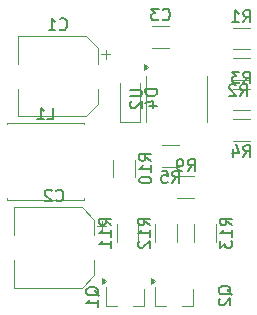
<source format=gbr>
%TF.GenerationSoftware,KiCad,Pcbnew,8.0.0*%
%TF.CreationDate,2026-01-12T19:07:33+05:30*%
%TF.ProjectId,PICKit_Clone_KiCAD,5049434b-6974-45f4-936c-6f6e655f4b69,1.0*%
%TF.SameCoordinates,Original*%
%TF.FileFunction,Legend,Bot*%
%TF.FilePolarity,Positive*%
%FSLAX46Y46*%
G04 Gerber Fmt 4.6, Leading zero omitted, Abs format (unit mm)*
G04 Created by KiCad (PCBNEW 8.0.0) date 2026-01-12 19:07:33*
%MOMM*%
%LPD*%
G01*
G04 APERTURE LIST*
%ADD10C,0.150000*%
%ADD11C,0.120000*%
G04 APERTURE END LIST*
D10*
X149696666Y-90184819D02*
X150029999Y-89708628D01*
X150268094Y-90184819D02*
X150268094Y-89184819D01*
X150268094Y-89184819D02*
X149887142Y-89184819D01*
X149887142Y-89184819D02*
X149791904Y-89232438D01*
X149791904Y-89232438D02*
X149744285Y-89280057D01*
X149744285Y-89280057D02*
X149696666Y-89375295D01*
X149696666Y-89375295D02*
X149696666Y-89518152D01*
X149696666Y-89518152D02*
X149744285Y-89613390D01*
X149744285Y-89613390D02*
X149791904Y-89661009D01*
X149791904Y-89661009D02*
X149887142Y-89708628D01*
X149887142Y-89708628D02*
X150268094Y-89708628D01*
X149220475Y-90184819D02*
X149029999Y-90184819D01*
X149029999Y-90184819D02*
X148934761Y-90137200D01*
X148934761Y-90137200D02*
X148887142Y-90089580D01*
X148887142Y-90089580D02*
X148791904Y-89946723D01*
X148791904Y-89946723D02*
X148744285Y-89756247D01*
X148744285Y-89756247D02*
X148744285Y-89375295D01*
X148744285Y-89375295D02*
X148791904Y-89280057D01*
X148791904Y-89280057D02*
X148839523Y-89232438D01*
X148839523Y-89232438D02*
X148934761Y-89184819D01*
X148934761Y-89184819D02*
X149125237Y-89184819D01*
X149125237Y-89184819D02*
X149220475Y-89232438D01*
X149220475Y-89232438D02*
X149268094Y-89280057D01*
X149268094Y-89280057D02*
X149315713Y-89375295D01*
X149315713Y-89375295D02*
X149315713Y-89613390D01*
X149315713Y-89613390D02*
X149268094Y-89708628D01*
X149268094Y-89708628D02*
X149220475Y-89756247D01*
X149220475Y-89756247D02*
X149125237Y-89803866D01*
X149125237Y-89803866D02*
X148934761Y-89803866D01*
X148934761Y-89803866D02*
X148839523Y-89756247D01*
X148839523Y-89756247D02*
X148791904Y-89708628D01*
X148791904Y-89708628D02*
X148744285Y-89613390D01*
X146494819Y-94787142D02*
X146018628Y-94453809D01*
X146494819Y-94215714D02*
X145494819Y-94215714D01*
X145494819Y-94215714D02*
X145494819Y-94596666D01*
X145494819Y-94596666D02*
X145542438Y-94691904D01*
X145542438Y-94691904D02*
X145590057Y-94739523D01*
X145590057Y-94739523D02*
X145685295Y-94787142D01*
X145685295Y-94787142D02*
X145828152Y-94787142D01*
X145828152Y-94787142D02*
X145923390Y-94739523D01*
X145923390Y-94739523D02*
X145971009Y-94691904D01*
X145971009Y-94691904D02*
X146018628Y-94596666D01*
X146018628Y-94596666D02*
X146018628Y-94215714D01*
X146494819Y-95739523D02*
X146494819Y-95168095D01*
X146494819Y-95453809D02*
X145494819Y-95453809D01*
X145494819Y-95453809D02*
X145637676Y-95358571D01*
X145637676Y-95358571D02*
X145732914Y-95263333D01*
X145732914Y-95263333D02*
X145780533Y-95168095D01*
X145590057Y-96120476D02*
X145542438Y-96168095D01*
X145542438Y-96168095D02*
X145494819Y-96263333D01*
X145494819Y-96263333D02*
X145494819Y-96501428D01*
X145494819Y-96501428D02*
X145542438Y-96596666D01*
X145542438Y-96596666D02*
X145590057Y-96644285D01*
X145590057Y-96644285D02*
X145685295Y-96691904D01*
X145685295Y-96691904D02*
X145780533Y-96691904D01*
X145780533Y-96691904D02*
X145923390Y-96644285D01*
X145923390Y-96644285D02*
X146494819Y-96072857D01*
X146494819Y-96072857D02*
X146494819Y-96691904D01*
X147556665Y-77349580D02*
X147604284Y-77397200D01*
X147604284Y-77397200D02*
X147747141Y-77444819D01*
X147747141Y-77444819D02*
X147842379Y-77444819D01*
X147842379Y-77444819D02*
X147985236Y-77397200D01*
X147985236Y-77397200D02*
X148080474Y-77301961D01*
X148080474Y-77301961D02*
X148128093Y-77206723D01*
X148128093Y-77206723D02*
X148175712Y-77016247D01*
X148175712Y-77016247D02*
X148175712Y-76873390D01*
X148175712Y-76873390D02*
X148128093Y-76682914D01*
X148128093Y-76682914D02*
X148080474Y-76587676D01*
X148080474Y-76587676D02*
X147985236Y-76492438D01*
X147985236Y-76492438D02*
X147842379Y-76444819D01*
X147842379Y-76444819D02*
X147747141Y-76444819D01*
X147747141Y-76444819D02*
X147604284Y-76492438D01*
X147604284Y-76492438D02*
X147556665Y-76540057D01*
X147223331Y-76444819D02*
X146604284Y-76444819D01*
X146604284Y-76444819D02*
X146937617Y-76825771D01*
X146937617Y-76825771D02*
X146794760Y-76825771D01*
X146794760Y-76825771D02*
X146699522Y-76873390D01*
X146699522Y-76873390D02*
X146651903Y-76921009D01*
X146651903Y-76921009D02*
X146604284Y-77016247D01*
X146604284Y-77016247D02*
X146604284Y-77254342D01*
X146604284Y-77254342D02*
X146651903Y-77349580D01*
X146651903Y-77349580D02*
X146699522Y-77397200D01*
X146699522Y-77397200D02*
X146794760Y-77444819D01*
X146794760Y-77444819D02*
X147080474Y-77444819D01*
X147080474Y-77444819D02*
X147175712Y-77397200D01*
X147175712Y-77397200D02*
X147223331Y-77349580D01*
X148386666Y-91174819D02*
X148719999Y-90698628D01*
X148958094Y-91174819D02*
X148958094Y-90174819D01*
X148958094Y-90174819D02*
X148577142Y-90174819D01*
X148577142Y-90174819D02*
X148481904Y-90222438D01*
X148481904Y-90222438D02*
X148434285Y-90270057D01*
X148434285Y-90270057D02*
X148386666Y-90365295D01*
X148386666Y-90365295D02*
X148386666Y-90508152D01*
X148386666Y-90508152D02*
X148434285Y-90603390D01*
X148434285Y-90603390D02*
X148481904Y-90651009D01*
X148481904Y-90651009D02*
X148577142Y-90698628D01*
X148577142Y-90698628D02*
X148958094Y-90698628D01*
X147481904Y-90174819D02*
X147958094Y-90174819D01*
X147958094Y-90174819D02*
X148005713Y-90651009D01*
X148005713Y-90651009D02*
X147958094Y-90603390D01*
X147958094Y-90603390D02*
X147862856Y-90555771D01*
X147862856Y-90555771D02*
X147624761Y-90555771D01*
X147624761Y-90555771D02*
X147529523Y-90603390D01*
X147529523Y-90603390D02*
X147481904Y-90651009D01*
X147481904Y-90651009D02*
X147434285Y-90746247D01*
X147434285Y-90746247D02*
X147434285Y-90984342D01*
X147434285Y-90984342D02*
X147481904Y-91079580D01*
X147481904Y-91079580D02*
X147529523Y-91127200D01*
X147529523Y-91127200D02*
X147624761Y-91174819D01*
X147624761Y-91174819D02*
X147862856Y-91174819D01*
X147862856Y-91174819D02*
X147958094Y-91127200D01*
X147958094Y-91127200D02*
X148005713Y-91079580D01*
X153400057Y-100664761D02*
X153352438Y-100569523D01*
X153352438Y-100569523D02*
X153257200Y-100474285D01*
X153257200Y-100474285D02*
X153114342Y-100331428D01*
X153114342Y-100331428D02*
X153066723Y-100236190D01*
X153066723Y-100236190D02*
X153066723Y-100140952D01*
X153304819Y-100188571D02*
X153257200Y-100093333D01*
X153257200Y-100093333D02*
X153161961Y-99998095D01*
X153161961Y-99998095D02*
X152971485Y-99950476D01*
X152971485Y-99950476D02*
X152638152Y-99950476D01*
X152638152Y-99950476D02*
X152447676Y-99998095D01*
X152447676Y-99998095D02*
X152352438Y-100093333D01*
X152352438Y-100093333D02*
X152304819Y-100188571D01*
X152304819Y-100188571D02*
X152304819Y-100379047D01*
X152304819Y-100379047D02*
X152352438Y-100474285D01*
X152352438Y-100474285D02*
X152447676Y-100569523D01*
X152447676Y-100569523D02*
X152638152Y-100617142D01*
X152638152Y-100617142D02*
X152971485Y-100617142D01*
X152971485Y-100617142D02*
X153161961Y-100569523D01*
X153161961Y-100569523D02*
X153257200Y-100474285D01*
X153257200Y-100474285D02*
X153304819Y-100379047D01*
X153304819Y-100379047D02*
X153304819Y-100188571D01*
X152400057Y-100998095D02*
X152352438Y-101045714D01*
X152352438Y-101045714D02*
X152304819Y-101140952D01*
X152304819Y-101140952D02*
X152304819Y-101379047D01*
X152304819Y-101379047D02*
X152352438Y-101474285D01*
X152352438Y-101474285D02*
X152400057Y-101521904D01*
X152400057Y-101521904D02*
X152495295Y-101569523D01*
X152495295Y-101569523D02*
X152590533Y-101569523D01*
X152590533Y-101569523D02*
X152733390Y-101521904D01*
X152733390Y-101521904D02*
X153304819Y-100950476D01*
X153304819Y-100950476D02*
X153304819Y-101569523D01*
X137796666Y-85814819D02*
X138272856Y-85814819D01*
X138272856Y-85814819D02*
X138272856Y-84814819D01*
X136939523Y-85814819D02*
X137510951Y-85814819D01*
X137225237Y-85814819D02*
X137225237Y-84814819D01*
X137225237Y-84814819D02*
X137320475Y-84957676D01*
X137320475Y-84957676D02*
X137415713Y-85052914D01*
X137415713Y-85052914D02*
X137510951Y-85100533D01*
X142172558Y-100764761D02*
X142124939Y-100669523D01*
X142124939Y-100669523D02*
X142029701Y-100574285D01*
X142029701Y-100574285D02*
X141886843Y-100431428D01*
X141886843Y-100431428D02*
X141839224Y-100336190D01*
X141839224Y-100336190D02*
X141839224Y-100240952D01*
X142077320Y-100288571D02*
X142029701Y-100193333D01*
X142029701Y-100193333D02*
X141934462Y-100098095D01*
X141934462Y-100098095D02*
X141743986Y-100050476D01*
X141743986Y-100050476D02*
X141410653Y-100050476D01*
X141410653Y-100050476D02*
X141220177Y-100098095D01*
X141220177Y-100098095D02*
X141124939Y-100193333D01*
X141124939Y-100193333D02*
X141077320Y-100288571D01*
X141077320Y-100288571D02*
X141077320Y-100479047D01*
X141077320Y-100479047D02*
X141124939Y-100574285D01*
X141124939Y-100574285D02*
X141220177Y-100669523D01*
X141220177Y-100669523D02*
X141410653Y-100717142D01*
X141410653Y-100717142D02*
X141743986Y-100717142D01*
X141743986Y-100717142D02*
X141934462Y-100669523D01*
X141934462Y-100669523D02*
X142029701Y-100574285D01*
X142029701Y-100574285D02*
X142077320Y-100479047D01*
X142077320Y-100479047D02*
X142077320Y-100288571D01*
X142077320Y-101669523D02*
X142077320Y-101098095D01*
X142077320Y-101383809D02*
X141077320Y-101383809D01*
X141077320Y-101383809D02*
X141220177Y-101288571D01*
X141220177Y-101288571D02*
X141315415Y-101193333D01*
X141315415Y-101193333D02*
X141363034Y-101098095D01*
X144804820Y-83298095D02*
X145614343Y-83298095D01*
X145614343Y-83298095D02*
X145709581Y-83345714D01*
X145709581Y-83345714D02*
X145757201Y-83393333D01*
X145757201Y-83393333D02*
X145804820Y-83488571D01*
X145804820Y-83488571D02*
X145804820Y-83679047D01*
X145804820Y-83679047D02*
X145757201Y-83774285D01*
X145757201Y-83774285D02*
X145709581Y-83821904D01*
X145709581Y-83821904D02*
X145614343Y-83869523D01*
X145614343Y-83869523D02*
X144804820Y-83869523D01*
X144900058Y-84298095D02*
X144852439Y-84345714D01*
X144852439Y-84345714D02*
X144804820Y-84440952D01*
X144804820Y-84440952D02*
X144804820Y-84679047D01*
X144804820Y-84679047D02*
X144852439Y-84774285D01*
X144852439Y-84774285D02*
X144900058Y-84821904D01*
X144900058Y-84821904D02*
X144995296Y-84869523D01*
X144995296Y-84869523D02*
X145090534Y-84869523D01*
X145090534Y-84869523D02*
X145233391Y-84821904D01*
X145233391Y-84821904D02*
X145804820Y-84250476D01*
X145804820Y-84250476D02*
X145804820Y-84869523D01*
X153424819Y-94787143D02*
X152948628Y-94453810D01*
X153424819Y-94215715D02*
X152424819Y-94215715D01*
X152424819Y-94215715D02*
X152424819Y-94596667D01*
X152424819Y-94596667D02*
X152472438Y-94691905D01*
X152472438Y-94691905D02*
X152520057Y-94739524D01*
X152520057Y-94739524D02*
X152615295Y-94787143D01*
X152615295Y-94787143D02*
X152758152Y-94787143D01*
X152758152Y-94787143D02*
X152853390Y-94739524D01*
X152853390Y-94739524D02*
X152901009Y-94691905D01*
X152901009Y-94691905D02*
X152948628Y-94596667D01*
X152948628Y-94596667D02*
X152948628Y-94215715D01*
X153424819Y-95739524D02*
X153424819Y-95168096D01*
X153424819Y-95453810D02*
X152424819Y-95453810D01*
X152424819Y-95453810D02*
X152567676Y-95358572D01*
X152567676Y-95358572D02*
X152662914Y-95263334D01*
X152662914Y-95263334D02*
X152710533Y-95168096D01*
X152424819Y-96072858D02*
X152424819Y-96691905D01*
X152424819Y-96691905D02*
X152805771Y-96358572D01*
X152805771Y-96358572D02*
X152805771Y-96501429D01*
X152805771Y-96501429D02*
X152853390Y-96596667D01*
X152853390Y-96596667D02*
X152901009Y-96644286D01*
X152901009Y-96644286D02*
X152996247Y-96691905D01*
X152996247Y-96691905D02*
X153234342Y-96691905D01*
X153234342Y-96691905D02*
X153329580Y-96644286D01*
X153329580Y-96644286D02*
X153377200Y-96596667D01*
X153377200Y-96596667D02*
X153424819Y-96501429D01*
X153424819Y-96501429D02*
X153424819Y-96215715D01*
X153424819Y-96215715D02*
X153377200Y-96120477D01*
X153377200Y-96120477D02*
X153329580Y-96072858D01*
X154386666Y-77584820D02*
X154719999Y-77108629D01*
X154958094Y-77584820D02*
X154958094Y-76584820D01*
X154958094Y-76584820D02*
X154577142Y-76584820D01*
X154577142Y-76584820D02*
X154481904Y-76632439D01*
X154481904Y-76632439D02*
X154434285Y-76680058D01*
X154434285Y-76680058D02*
X154386666Y-76775296D01*
X154386666Y-76775296D02*
X154386666Y-76918153D01*
X154386666Y-76918153D02*
X154434285Y-77013391D01*
X154434285Y-77013391D02*
X154481904Y-77061010D01*
X154481904Y-77061010D02*
X154577142Y-77108629D01*
X154577142Y-77108629D02*
X154958094Y-77108629D01*
X153434285Y-77584820D02*
X154005713Y-77584820D01*
X153719999Y-77584820D02*
X153719999Y-76584820D01*
X153719999Y-76584820D02*
X153815237Y-76727677D01*
X153815237Y-76727677D02*
X153910475Y-76822915D01*
X153910475Y-76822915D02*
X154005713Y-76870534D01*
X138536666Y-92669580D02*
X138584285Y-92717200D01*
X138584285Y-92717200D02*
X138727142Y-92764819D01*
X138727142Y-92764819D02*
X138822380Y-92764819D01*
X138822380Y-92764819D02*
X138965237Y-92717200D01*
X138965237Y-92717200D02*
X139060475Y-92621961D01*
X139060475Y-92621961D02*
X139108094Y-92526723D01*
X139108094Y-92526723D02*
X139155713Y-92336247D01*
X139155713Y-92336247D02*
X139155713Y-92193390D01*
X139155713Y-92193390D02*
X139108094Y-92002914D01*
X139108094Y-92002914D02*
X139060475Y-91907676D01*
X139060475Y-91907676D02*
X138965237Y-91812438D01*
X138965237Y-91812438D02*
X138822380Y-91764819D01*
X138822380Y-91764819D02*
X138727142Y-91764819D01*
X138727142Y-91764819D02*
X138584285Y-91812438D01*
X138584285Y-91812438D02*
X138536666Y-91860057D01*
X138155713Y-91860057D02*
X138108094Y-91812438D01*
X138108094Y-91812438D02*
X138012856Y-91764819D01*
X138012856Y-91764819D02*
X137774761Y-91764819D01*
X137774761Y-91764819D02*
X137679523Y-91812438D01*
X137679523Y-91812438D02*
X137631904Y-91860057D01*
X137631904Y-91860057D02*
X137584285Y-91955295D01*
X137584285Y-91955295D02*
X137584285Y-92050533D01*
X137584285Y-92050533D02*
X137631904Y-92193390D01*
X137631904Y-92193390D02*
X138203332Y-92764819D01*
X138203332Y-92764819D02*
X137584285Y-92764819D01*
X143204819Y-94787141D02*
X142728628Y-94453808D01*
X143204819Y-94215713D02*
X142204819Y-94215713D01*
X142204819Y-94215713D02*
X142204819Y-94596665D01*
X142204819Y-94596665D02*
X142252438Y-94691903D01*
X142252438Y-94691903D02*
X142300057Y-94739522D01*
X142300057Y-94739522D02*
X142395295Y-94787141D01*
X142395295Y-94787141D02*
X142538152Y-94787141D01*
X142538152Y-94787141D02*
X142633390Y-94739522D01*
X142633390Y-94739522D02*
X142681009Y-94691903D01*
X142681009Y-94691903D02*
X142728628Y-94596665D01*
X142728628Y-94596665D02*
X142728628Y-94215713D01*
X143204819Y-95739522D02*
X143204819Y-95168094D01*
X143204819Y-95453808D02*
X142204819Y-95453808D01*
X142204819Y-95453808D02*
X142347676Y-95358570D01*
X142347676Y-95358570D02*
X142442914Y-95263332D01*
X142442914Y-95263332D02*
X142490533Y-95168094D01*
X143204819Y-96691903D02*
X143204819Y-96120475D01*
X143204819Y-96406189D02*
X142204819Y-96406189D01*
X142204819Y-96406189D02*
X142347676Y-96310951D01*
X142347676Y-96310951D02*
X142442914Y-96215713D01*
X142442914Y-96215713D02*
X142490533Y-96120475D01*
X146584819Y-89337142D02*
X146108628Y-89003809D01*
X146584819Y-88765714D02*
X145584819Y-88765714D01*
X145584819Y-88765714D02*
X145584819Y-89146666D01*
X145584819Y-89146666D02*
X145632438Y-89241904D01*
X145632438Y-89241904D02*
X145680057Y-89289523D01*
X145680057Y-89289523D02*
X145775295Y-89337142D01*
X145775295Y-89337142D02*
X145918152Y-89337142D01*
X145918152Y-89337142D02*
X146013390Y-89289523D01*
X146013390Y-89289523D02*
X146061009Y-89241904D01*
X146061009Y-89241904D02*
X146108628Y-89146666D01*
X146108628Y-89146666D02*
X146108628Y-88765714D01*
X146584819Y-90289523D02*
X146584819Y-89718095D01*
X146584819Y-90003809D02*
X145584819Y-90003809D01*
X145584819Y-90003809D02*
X145727676Y-89908571D01*
X145727676Y-89908571D02*
X145822914Y-89813333D01*
X145822914Y-89813333D02*
X145870533Y-89718095D01*
X145584819Y-90908571D02*
X145584819Y-91003809D01*
X145584819Y-91003809D02*
X145632438Y-91099047D01*
X145632438Y-91099047D02*
X145680057Y-91146666D01*
X145680057Y-91146666D02*
X145775295Y-91194285D01*
X145775295Y-91194285D02*
X145965771Y-91241904D01*
X145965771Y-91241904D02*
X146203866Y-91241904D01*
X146203866Y-91241904D02*
X146394342Y-91194285D01*
X146394342Y-91194285D02*
X146489580Y-91146666D01*
X146489580Y-91146666D02*
X146537200Y-91099047D01*
X146537200Y-91099047D02*
X146584819Y-91003809D01*
X146584819Y-91003809D02*
X146584819Y-90908571D01*
X146584819Y-90908571D02*
X146537200Y-90813333D01*
X146537200Y-90813333D02*
X146489580Y-90765714D01*
X146489580Y-90765714D02*
X146394342Y-90718095D01*
X146394342Y-90718095D02*
X146203866Y-90670476D01*
X146203866Y-90670476D02*
X145965771Y-90670476D01*
X145965771Y-90670476D02*
X145775295Y-90718095D01*
X145775295Y-90718095D02*
X145680057Y-90765714D01*
X145680057Y-90765714D02*
X145632438Y-90813333D01*
X145632438Y-90813333D02*
X145584819Y-90908571D01*
X147094819Y-83271904D02*
X146094819Y-83271904D01*
X146094819Y-83271904D02*
X146094819Y-83509999D01*
X146094819Y-83509999D02*
X146142438Y-83652856D01*
X146142438Y-83652856D02*
X146237676Y-83748094D01*
X146237676Y-83748094D02*
X146332914Y-83795713D01*
X146332914Y-83795713D02*
X146523390Y-83843332D01*
X146523390Y-83843332D02*
X146666247Y-83843332D01*
X146666247Y-83843332D02*
X146856723Y-83795713D01*
X146856723Y-83795713D02*
X146951961Y-83748094D01*
X146951961Y-83748094D02*
X147047200Y-83652856D01*
X147047200Y-83652856D02*
X147094819Y-83509999D01*
X147094819Y-83509999D02*
X147094819Y-83271904D01*
X146428152Y-84700475D02*
X147094819Y-84700475D01*
X146047200Y-84462380D02*
X146761485Y-84224285D01*
X146761485Y-84224285D02*
X146761485Y-84843332D01*
X154136666Y-83844819D02*
X154469999Y-83368628D01*
X154708094Y-83844819D02*
X154708094Y-82844819D01*
X154708094Y-82844819D02*
X154327142Y-82844819D01*
X154327142Y-82844819D02*
X154231904Y-82892438D01*
X154231904Y-82892438D02*
X154184285Y-82940057D01*
X154184285Y-82940057D02*
X154136666Y-83035295D01*
X154136666Y-83035295D02*
X154136666Y-83178152D01*
X154136666Y-83178152D02*
X154184285Y-83273390D01*
X154184285Y-83273390D02*
X154231904Y-83321009D01*
X154231904Y-83321009D02*
X154327142Y-83368628D01*
X154327142Y-83368628D02*
X154708094Y-83368628D01*
X153755713Y-82940057D02*
X153708094Y-82892438D01*
X153708094Y-82892438D02*
X153612856Y-82844819D01*
X153612856Y-82844819D02*
X153374761Y-82844819D01*
X153374761Y-82844819D02*
X153279523Y-82892438D01*
X153279523Y-82892438D02*
X153231904Y-82940057D01*
X153231904Y-82940057D02*
X153184285Y-83035295D01*
X153184285Y-83035295D02*
X153184285Y-83130533D01*
X153184285Y-83130533D02*
X153231904Y-83273390D01*
X153231904Y-83273390D02*
X153803332Y-83844819D01*
X153803332Y-83844819D02*
X153184285Y-83844819D01*
X138856666Y-78159580D02*
X138904285Y-78207200D01*
X138904285Y-78207200D02*
X139047142Y-78254819D01*
X139047142Y-78254819D02*
X139142380Y-78254819D01*
X139142380Y-78254819D02*
X139285237Y-78207200D01*
X139285237Y-78207200D02*
X139380475Y-78111961D01*
X139380475Y-78111961D02*
X139428094Y-78016723D01*
X139428094Y-78016723D02*
X139475713Y-77826247D01*
X139475713Y-77826247D02*
X139475713Y-77683390D01*
X139475713Y-77683390D02*
X139428094Y-77492914D01*
X139428094Y-77492914D02*
X139380475Y-77397676D01*
X139380475Y-77397676D02*
X139285237Y-77302438D01*
X139285237Y-77302438D02*
X139142380Y-77254819D01*
X139142380Y-77254819D02*
X139047142Y-77254819D01*
X139047142Y-77254819D02*
X138904285Y-77302438D01*
X138904285Y-77302438D02*
X138856666Y-77350057D01*
X137904285Y-78254819D02*
X138475713Y-78254819D01*
X138189999Y-78254819D02*
X138189999Y-77254819D01*
X138189999Y-77254819D02*
X138285237Y-77397676D01*
X138285237Y-77397676D02*
X138380475Y-77492914D01*
X138380475Y-77492914D02*
X138475713Y-77540533D01*
X154406666Y-88984819D02*
X154739999Y-88508628D01*
X154978094Y-88984819D02*
X154978094Y-87984819D01*
X154978094Y-87984819D02*
X154597142Y-87984819D01*
X154597142Y-87984819D02*
X154501904Y-88032438D01*
X154501904Y-88032438D02*
X154454285Y-88080057D01*
X154454285Y-88080057D02*
X154406666Y-88175295D01*
X154406666Y-88175295D02*
X154406666Y-88318152D01*
X154406666Y-88318152D02*
X154454285Y-88413390D01*
X154454285Y-88413390D02*
X154501904Y-88461009D01*
X154501904Y-88461009D02*
X154597142Y-88508628D01*
X154597142Y-88508628D02*
X154978094Y-88508628D01*
X153549523Y-88318152D02*
X153549523Y-88984819D01*
X153787618Y-87937200D02*
X154025713Y-88651485D01*
X154025713Y-88651485D02*
X153406666Y-88651485D01*
X154386666Y-82764820D02*
X154719999Y-82288629D01*
X154958094Y-82764820D02*
X154958094Y-81764820D01*
X154958094Y-81764820D02*
X154577142Y-81764820D01*
X154577142Y-81764820D02*
X154481904Y-81812439D01*
X154481904Y-81812439D02*
X154434285Y-81860058D01*
X154434285Y-81860058D02*
X154386666Y-81955296D01*
X154386666Y-81955296D02*
X154386666Y-82098153D01*
X154386666Y-82098153D02*
X154434285Y-82193391D01*
X154434285Y-82193391D02*
X154481904Y-82241010D01*
X154481904Y-82241010D02*
X154577142Y-82288629D01*
X154577142Y-82288629D02*
X154958094Y-82288629D01*
X154053332Y-81764820D02*
X153434285Y-81764820D01*
X153434285Y-81764820D02*
X153767618Y-82145772D01*
X153767618Y-82145772D02*
X153624761Y-82145772D01*
X153624761Y-82145772D02*
X153529523Y-82193391D01*
X153529523Y-82193391D02*
X153481904Y-82241010D01*
X153481904Y-82241010D02*
X153434285Y-82336248D01*
X153434285Y-82336248D02*
X153434285Y-82574343D01*
X153434285Y-82574343D02*
X153481904Y-82669581D01*
X153481904Y-82669581D02*
X153529523Y-82717201D01*
X153529523Y-82717201D02*
X153624761Y-82764820D01*
X153624761Y-82764820D02*
X153910475Y-82764820D01*
X153910475Y-82764820D02*
X154005713Y-82717201D01*
X154005713Y-82717201D02*
X154053332Y-82669581D01*
D11*
%TO.C,R9*%
X148802935Y-92460000D02*
X150257064Y-92459999D01*
X148802936Y-90640001D02*
X150257065Y-90640000D01*
%TO.C,R12*%
X146950001Y-96157064D02*
X146949999Y-94702935D01*
X148770001Y-96157065D02*
X148769999Y-94702936D01*
%TO.C,C3*%
X146678748Y-77930000D02*
X148101252Y-77930000D01*
X146678748Y-79750000D02*
X148101252Y-79750000D01*
%TO.C,R5*%
X148947064Y-89809999D02*
X147492934Y-89810000D01*
X148947066Y-87990000D02*
X147492936Y-87990001D01*
%TO.C,Q2*%
X146930000Y-101609999D02*
X146929999Y-100809999D01*
X146930001Y-100010000D02*
X146929999Y-100809999D01*
X147860000Y-101610000D02*
X146930000Y-101609999D01*
X149160000Y-101610000D02*
X150090000Y-101610000D01*
X150090000Y-100150000D02*
X150090000Y-101610000D01*
X146900000Y-99510000D02*
X146570000Y-99750000D01*
X146569999Y-99270001D01*
X146900000Y-99510000D01*
G36*
X146900000Y-99510000D02*
G01*
X146570000Y-99750000D01*
X146569999Y-99270001D01*
X146900000Y-99510000D01*
G37*
%TO.C,L1*%
X134370000Y-86100000D02*
X140890000Y-86100000D01*
X134370000Y-86250000D02*
X134370000Y-86100000D01*
X134370000Y-92470000D02*
X134370000Y-92620000D01*
X134370000Y-92620000D02*
X140890000Y-92620000D01*
X140890000Y-86250000D02*
X140890000Y-86100000D01*
X140890000Y-92470000D02*
X140890000Y-92620000D01*
%TO.C,Q1*%
X142792501Y-101619999D02*
X142792501Y-100820000D01*
X142792503Y-100020000D02*
X142792501Y-100820000D01*
X143722501Y-101620000D02*
X142792501Y-101619999D01*
X145022501Y-101620000D02*
X145952501Y-101620000D01*
X145952501Y-100160000D02*
X145952501Y-101620000D01*
X142762501Y-99520000D02*
X142432501Y-99760000D01*
X142432499Y-99279999D01*
X142762501Y-99520000D01*
G36*
X142762501Y-99520000D02*
G01*
X142432501Y-99760000D01*
X142432499Y-99279999D01*
X142762501Y-99520000D01*
G37*
%TO.C,U2*%
X146190000Y-82109999D02*
X146190000Y-84060000D01*
X146190001Y-86010000D02*
X146190000Y-84060000D01*
X151309999Y-82110000D02*
X151310000Y-84060000D01*
X151310000Y-86010001D02*
X151310000Y-84060000D01*
X146285000Y-81360000D02*
X145955000Y-81600001D01*
X145955001Y-81120000D01*
X146285000Y-81360000D01*
G36*
X146285000Y-81360000D02*
G01*
X145955000Y-81600001D01*
X145955001Y-81120000D01*
X146285000Y-81360000D01*
G37*
%TO.C,R13*%
X150239997Y-94702935D02*
X150240001Y-96157065D01*
X152059999Y-94702937D02*
X152060003Y-96157067D01*
%TO.C,R1*%
X153492934Y-79860001D02*
X154947064Y-79860000D01*
X153492936Y-78040002D02*
X154947066Y-78040001D01*
%TO.C,C2*%
X134960000Y-93250000D02*
X140715563Y-93250000D01*
X134960000Y-95600000D02*
X134960000Y-93250000D01*
X134960000Y-97720000D02*
X134960000Y-100070000D01*
X134960000Y-100070000D02*
X140715563Y-100070000D01*
X140715563Y-93250000D02*
X141780000Y-94314437D01*
X140715563Y-100070000D02*
X141780000Y-99005563D01*
X141780000Y-95600000D02*
X141780000Y-94314437D01*
X141780000Y-97720000D02*
X141780000Y-99005563D01*
X142020000Y-94812500D02*
X142807500Y-94812500D01*
X142413750Y-95206250D02*
X142413750Y-94418750D01*
%TO.C,R11*%
X143660001Y-96157063D02*
X143659999Y-94702934D01*
X145480001Y-96157064D02*
X145479999Y-94702935D01*
%TO.C,R10*%
X143399997Y-89252934D02*
X143400001Y-90707064D01*
X145219999Y-89252936D02*
X145220003Y-90707066D01*
%TO.C,D4*%
X143939999Y-82759998D02*
X143940002Y-86019999D01*
X143940002Y-86019999D02*
X145639999Y-86019998D01*
X145640001Y-82759999D02*
X145639999Y-86019998D01*
%TO.C,R2*%
X154947064Y-82459999D02*
X153492935Y-82460002D01*
X154947065Y-80639998D02*
X153492936Y-80640001D01*
%TO.C,C1*%
X135279999Y-85560000D02*
X141035563Y-85560000D01*
X135280000Y-78739999D02*
X141035563Y-78740000D01*
X135280000Y-81090000D02*
X135280000Y-78739999D01*
X135280000Y-83210000D02*
X135279999Y-85560000D01*
X141035563Y-78740000D02*
X142100000Y-79804437D01*
X141035563Y-85560000D02*
X142100000Y-84495563D01*
X142100000Y-81090000D02*
X142100000Y-79804437D01*
X142100000Y-83210000D02*
X142100000Y-84495563D01*
X142340000Y-80302500D02*
X143127500Y-80302501D01*
X142733750Y-80696250D02*
X142733750Y-79908750D01*
%TO.C,R4*%
X154967064Y-87619999D02*
X153512934Y-87620003D01*
X154967066Y-85799997D02*
X153512936Y-85800001D01*
%TO.C,R3*%
X153492934Y-85040001D02*
X154947064Y-85040000D01*
X153492936Y-83220002D02*
X154947066Y-83220001D01*
%TD*%
M02*

</source>
